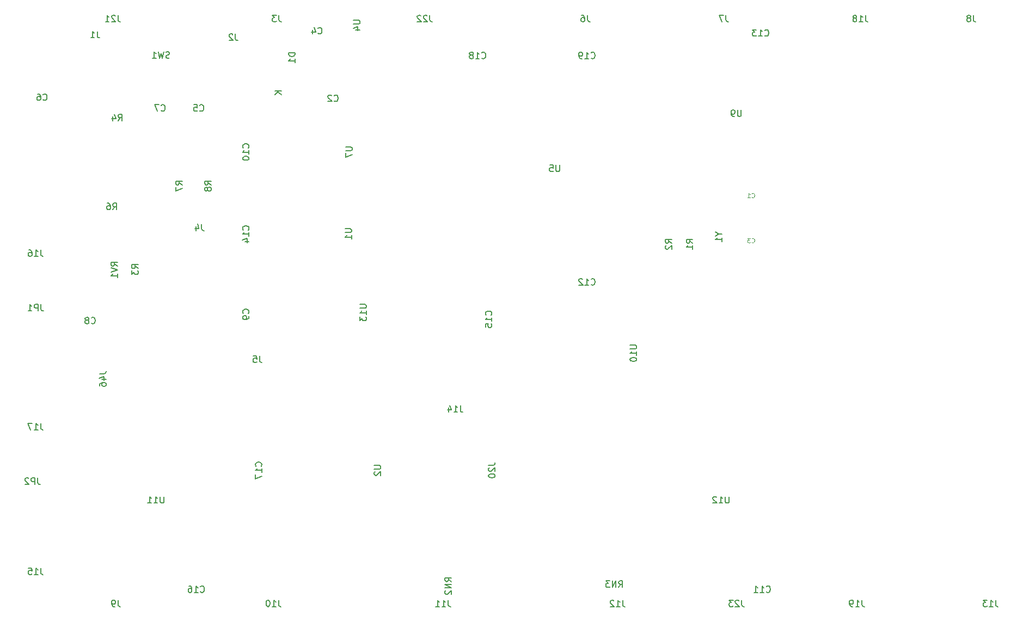
<source format=gbr>
%TF.GenerationSoftware,KiCad,Pcbnew,(6.0.11)*%
%TF.CreationDate,2023-10-14T12:13:17-04:00*%
%TF.ProjectId,SAB80535-Dev-Board,53414238-3035-4333-952d-4465762d426f,rev?*%
%TF.SameCoordinates,Original*%
%TF.FileFunction,Legend,Bot*%
%TF.FilePolarity,Positive*%
%FSLAX46Y46*%
G04 Gerber Fmt 4.6, Leading zero omitted, Abs format (unit mm)*
G04 Created by KiCad (PCBNEW (6.0.11)) date 2023-10-14 12:13:17*
%MOMM*%
%LPD*%
G01*
G04 APERTURE LIST*
%ADD10C,0.102000*%
%ADD11C,0.150000*%
G04 APERTURE END LIST*
D10*
%TO.C,C3*%
X163363333Y-89242857D02*
X163395714Y-89275238D01*
X163492857Y-89307619D01*
X163557619Y-89307619D01*
X163654761Y-89275238D01*
X163719523Y-89210476D01*
X163751904Y-89145714D01*
X163784285Y-89016190D01*
X163784285Y-88919047D01*
X163751904Y-88789523D01*
X163719523Y-88724761D01*
X163654761Y-88660000D01*
X163557619Y-88627619D01*
X163492857Y-88627619D01*
X163395714Y-88660000D01*
X163363333Y-88692380D01*
X163136666Y-88627619D02*
X162715714Y-88627619D01*
X162942380Y-88886666D01*
X162845238Y-88886666D01*
X162780476Y-88919047D01*
X162748095Y-88951428D01*
X162715714Y-89016190D01*
X162715714Y-89178095D01*
X162748095Y-89242857D01*
X162780476Y-89275238D01*
X162845238Y-89307619D01*
X163039523Y-89307619D01*
X163104285Y-89275238D01*
X163136666Y-89242857D01*
D11*
%TO.C,J16*%
X52809523Y-90452380D02*
X52809523Y-91166666D01*
X52857142Y-91309523D01*
X52952380Y-91404761D01*
X53095238Y-91452380D01*
X53190476Y-91452380D01*
X51809523Y-91452380D02*
X52380952Y-91452380D01*
X52095238Y-91452380D02*
X52095238Y-90452380D01*
X52190476Y-90595238D01*
X52285714Y-90690476D01*
X52380952Y-90738095D01*
X50952380Y-90452380D02*
X51142857Y-90452380D01*
X51238095Y-90500000D01*
X51285714Y-90547619D01*
X51380952Y-90690476D01*
X51428571Y-90880952D01*
X51428571Y-91261904D01*
X51380952Y-91357142D01*
X51333333Y-91404761D01*
X51238095Y-91452380D01*
X51047619Y-91452380D01*
X50952380Y-91404761D01*
X50904761Y-91357142D01*
X50857142Y-91261904D01*
X50857142Y-91023809D01*
X50904761Y-90928571D01*
X50952380Y-90880952D01*
X51047619Y-90833333D01*
X51238095Y-90833333D01*
X51333333Y-90880952D01*
X51380952Y-90928571D01*
X51428571Y-91023809D01*
%TO.C,U11*%
X71968095Y-128847380D02*
X71968095Y-129656904D01*
X71920476Y-129752142D01*
X71872857Y-129799761D01*
X71777619Y-129847380D01*
X71587142Y-129847380D01*
X71491904Y-129799761D01*
X71444285Y-129752142D01*
X71396666Y-129656904D01*
X71396666Y-128847380D01*
X70396666Y-129847380D02*
X70968095Y-129847380D01*
X70682380Y-129847380D02*
X70682380Y-128847380D01*
X70777619Y-128990238D01*
X70872857Y-129085476D01*
X70968095Y-129133095D01*
X69444285Y-129847380D02*
X70015714Y-129847380D01*
X69730000Y-129847380D02*
X69730000Y-128847380D01*
X69825238Y-128990238D01*
X69920476Y-129085476D01*
X70015714Y-129133095D01*
%TO.C,C17*%
X87082142Y-124107142D02*
X87129761Y-124059523D01*
X87177380Y-123916666D01*
X87177380Y-123821428D01*
X87129761Y-123678571D01*
X87034523Y-123583333D01*
X86939285Y-123535714D01*
X86748809Y-123488095D01*
X86605952Y-123488095D01*
X86415476Y-123535714D01*
X86320238Y-123583333D01*
X86225000Y-123678571D01*
X86177380Y-123821428D01*
X86177380Y-123916666D01*
X86225000Y-124059523D01*
X86272619Y-124107142D01*
X87177380Y-125059523D02*
X87177380Y-124488095D01*
X87177380Y-124773809D02*
X86177380Y-124773809D01*
X86320238Y-124678571D01*
X86415476Y-124583333D01*
X86463095Y-124488095D01*
X86177380Y-125392857D02*
X86177380Y-126059523D01*
X87177380Y-125630952D01*
%TO.C,J23*%
X161809523Y-144952380D02*
X161809523Y-145666666D01*
X161857142Y-145809523D01*
X161952380Y-145904761D01*
X162095238Y-145952380D01*
X162190476Y-145952380D01*
X161380952Y-145047619D02*
X161333333Y-145000000D01*
X161238095Y-144952380D01*
X161000000Y-144952380D01*
X160904761Y-145000000D01*
X160857142Y-145047619D01*
X160809523Y-145142857D01*
X160809523Y-145238095D01*
X160857142Y-145380952D01*
X161428571Y-145952380D01*
X160809523Y-145952380D01*
X160476190Y-144952380D02*
X159857142Y-144952380D01*
X160190476Y-145333333D01*
X160047619Y-145333333D01*
X159952380Y-145380952D01*
X159904761Y-145428571D01*
X159857142Y-145523809D01*
X159857142Y-145761904D01*
X159904761Y-145857142D01*
X159952380Y-145904761D01*
X160047619Y-145952380D01*
X160333333Y-145952380D01*
X160428571Y-145904761D01*
X160476190Y-145857142D01*
%TO.C,RN2*%
X116677380Y-142059523D02*
X116201190Y-141726190D01*
X116677380Y-141488095D02*
X115677380Y-141488095D01*
X115677380Y-141869047D01*
X115725000Y-141964285D01*
X115772619Y-142011904D01*
X115867857Y-142059523D01*
X116010714Y-142059523D01*
X116105952Y-142011904D01*
X116153571Y-141964285D01*
X116201190Y-141869047D01*
X116201190Y-141488095D01*
X116677380Y-142488095D02*
X115677380Y-142488095D01*
X116677380Y-143059523D01*
X115677380Y-143059523D01*
X115772619Y-143488095D02*
X115725000Y-143535714D01*
X115677380Y-143630952D01*
X115677380Y-143869047D01*
X115725000Y-143964285D01*
X115772619Y-144011904D01*
X115867857Y-144059523D01*
X115963095Y-144059523D01*
X116105952Y-144011904D01*
X116677380Y-143440476D01*
X116677380Y-144059523D01*
%TO.C,R3*%
X67952380Y-93333333D02*
X67476190Y-93000000D01*
X67952380Y-92761904D02*
X66952380Y-92761904D01*
X66952380Y-93142857D01*
X67000000Y-93238095D01*
X67047619Y-93285714D01*
X67142857Y-93333333D01*
X67285714Y-93333333D01*
X67380952Y-93285714D01*
X67428571Y-93238095D01*
X67476190Y-93142857D01*
X67476190Y-92761904D01*
X66952380Y-93666666D02*
X66952380Y-94285714D01*
X67333333Y-93952380D01*
X67333333Y-94095238D01*
X67380952Y-94190476D01*
X67428571Y-94238095D01*
X67523809Y-94285714D01*
X67761904Y-94285714D01*
X67857142Y-94238095D01*
X67904761Y-94190476D01*
X67952380Y-94095238D01*
X67952380Y-93809523D01*
X67904761Y-93714285D01*
X67857142Y-93666666D01*
%TO.C,R7*%
X74802380Y-80333333D02*
X74326190Y-80000000D01*
X74802380Y-79761904D02*
X73802380Y-79761904D01*
X73802380Y-80142857D01*
X73850000Y-80238095D01*
X73897619Y-80285714D01*
X73992857Y-80333333D01*
X74135714Y-80333333D01*
X74230952Y-80285714D01*
X74278571Y-80238095D01*
X74326190Y-80142857D01*
X74326190Y-79761904D01*
X73802380Y-80666666D02*
X73802380Y-81333333D01*
X74802380Y-80904761D01*
%TO.C,C12*%
X138392857Y-95857142D02*
X138440476Y-95904761D01*
X138583333Y-95952380D01*
X138678571Y-95952380D01*
X138821428Y-95904761D01*
X138916666Y-95809523D01*
X138964285Y-95714285D01*
X139011904Y-95523809D01*
X139011904Y-95380952D01*
X138964285Y-95190476D01*
X138916666Y-95095238D01*
X138821428Y-95000000D01*
X138678571Y-94952380D01*
X138583333Y-94952380D01*
X138440476Y-95000000D01*
X138392857Y-95047619D01*
X137440476Y-95952380D02*
X138011904Y-95952380D01*
X137726190Y-95952380D02*
X137726190Y-94952380D01*
X137821428Y-95095238D01*
X137916666Y-95190476D01*
X138011904Y-95238095D01*
X137059523Y-95047619D02*
X137011904Y-95000000D01*
X136916666Y-94952380D01*
X136678571Y-94952380D01*
X136583333Y-95000000D01*
X136535714Y-95047619D01*
X136488095Y-95142857D01*
X136488095Y-95238095D01*
X136535714Y-95380952D01*
X137107142Y-95952380D01*
X136488095Y-95952380D01*
%TO.C,R6*%
X64016666Y-84202380D02*
X64350000Y-83726190D01*
X64588095Y-84202380D02*
X64588095Y-83202380D01*
X64207142Y-83202380D01*
X64111904Y-83250000D01*
X64064285Y-83297619D01*
X64016666Y-83392857D01*
X64016666Y-83535714D01*
X64064285Y-83630952D01*
X64111904Y-83678571D01*
X64207142Y-83726190D01*
X64588095Y-83726190D01*
X63159523Y-83202380D02*
X63350000Y-83202380D01*
X63445238Y-83250000D01*
X63492857Y-83297619D01*
X63588095Y-83440476D01*
X63635714Y-83630952D01*
X63635714Y-84011904D01*
X63588095Y-84107142D01*
X63540476Y-84154761D01*
X63445238Y-84202380D01*
X63254761Y-84202380D01*
X63159523Y-84154761D01*
X63111904Y-84107142D01*
X63064285Y-84011904D01*
X63064285Y-83773809D01*
X63111904Y-83678571D01*
X63159523Y-83630952D01*
X63254761Y-83583333D01*
X63445238Y-83583333D01*
X63540476Y-83630952D01*
X63588095Y-83678571D01*
X63635714Y-83773809D01*
%TO.C,U7*%
X100207380Y-74458095D02*
X101016904Y-74458095D01*
X101112142Y-74505714D01*
X101159761Y-74553333D01*
X101207380Y-74648571D01*
X101207380Y-74839047D01*
X101159761Y-74934285D01*
X101112142Y-74981904D01*
X101016904Y-75029523D01*
X100207380Y-75029523D01*
X100207380Y-75410476D02*
X100207380Y-76077142D01*
X101207380Y-75648571D01*
%TO.C,J12*%
X143309523Y-144977380D02*
X143309523Y-145691666D01*
X143357142Y-145834523D01*
X143452380Y-145929761D01*
X143595238Y-145977380D01*
X143690476Y-145977380D01*
X142309523Y-145977380D02*
X142880952Y-145977380D01*
X142595238Y-145977380D02*
X142595238Y-144977380D01*
X142690476Y-145120238D01*
X142785714Y-145215476D01*
X142880952Y-145263095D01*
X141928571Y-145072619D02*
X141880952Y-145025000D01*
X141785714Y-144977380D01*
X141547619Y-144977380D01*
X141452380Y-145025000D01*
X141404761Y-145072619D01*
X141357142Y-145167857D01*
X141357142Y-145263095D01*
X141404761Y-145405952D01*
X141976190Y-145977380D01*
X141357142Y-145977380D01*
%TO.C,R8*%
X79302380Y-80333333D02*
X78826190Y-80000000D01*
X79302380Y-79761904D02*
X78302380Y-79761904D01*
X78302380Y-80142857D01*
X78350000Y-80238095D01*
X78397619Y-80285714D01*
X78492857Y-80333333D01*
X78635714Y-80333333D01*
X78730952Y-80285714D01*
X78778571Y-80238095D01*
X78826190Y-80142857D01*
X78826190Y-79761904D01*
X78730952Y-80904761D02*
X78683333Y-80809523D01*
X78635714Y-80761904D01*
X78540476Y-80714285D01*
X78492857Y-80714285D01*
X78397619Y-80761904D01*
X78350000Y-80809523D01*
X78302380Y-80904761D01*
X78302380Y-81095238D01*
X78350000Y-81190476D01*
X78397619Y-81238095D01*
X78492857Y-81285714D01*
X78540476Y-81285714D01*
X78635714Y-81238095D01*
X78683333Y-81190476D01*
X78730952Y-81095238D01*
X78730952Y-80904761D01*
X78778571Y-80809523D01*
X78826190Y-80761904D01*
X78921428Y-80714285D01*
X79111904Y-80714285D01*
X79207142Y-80761904D01*
X79254761Y-80809523D01*
X79302380Y-80904761D01*
X79302380Y-81095238D01*
X79254761Y-81190476D01*
X79207142Y-81238095D01*
X79111904Y-81285714D01*
X78921428Y-81285714D01*
X78826190Y-81238095D01*
X78778571Y-81190476D01*
X78730952Y-81095238D01*
%TO.C,U4*%
X101452380Y-54738095D02*
X102261904Y-54738095D01*
X102357142Y-54785714D01*
X102404761Y-54833333D01*
X102452380Y-54928571D01*
X102452380Y-55119047D01*
X102404761Y-55214285D01*
X102357142Y-55261904D01*
X102261904Y-55309523D01*
X101452380Y-55309523D01*
X101785714Y-56214285D02*
X102452380Y-56214285D01*
X101404761Y-55976190D02*
X102119047Y-55738095D01*
X102119047Y-56357142D01*
%TO.C,C13*%
X165392857Y-57107142D02*
X165440476Y-57154761D01*
X165583333Y-57202380D01*
X165678571Y-57202380D01*
X165821428Y-57154761D01*
X165916666Y-57059523D01*
X165964285Y-56964285D01*
X166011904Y-56773809D01*
X166011904Y-56630952D01*
X165964285Y-56440476D01*
X165916666Y-56345238D01*
X165821428Y-56250000D01*
X165678571Y-56202380D01*
X165583333Y-56202380D01*
X165440476Y-56250000D01*
X165392857Y-56297619D01*
X164440476Y-57202380D02*
X165011904Y-57202380D01*
X164726190Y-57202380D02*
X164726190Y-56202380D01*
X164821428Y-56345238D01*
X164916666Y-56440476D01*
X165011904Y-56488095D01*
X164107142Y-56202380D02*
X163488095Y-56202380D01*
X163821428Y-56583333D01*
X163678571Y-56583333D01*
X163583333Y-56630952D01*
X163535714Y-56678571D01*
X163488095Y-56773809D01*
X163488095Y-57011904D01*
X163535714Y-57107142D01*
X163583333Y-57154761D01*
X163678571Y-57202380D01*
X163964285Y-57202380D01*
X164059523Y-57154761D01*
X164107142Y-57107142D01*
%TO.C,U1*%
X100132380Y-87178095D02*
X100941904Y-87178095D01*
X101037142Y-87225714D01*
X101084761Y-87273333D01*
X101132380Y-87368571D01*
X101132380Y-87559047D01*
X101084761Y-87654285D01*
X101037142Y-87701904D01*
X100941904Y-87749523D01*
X100132380Y-87749523D01*
X101132380Y-88749523D02*
X101132380Y-88178095D01*
X101132380Y-88463809D02*
X100132380Y-88463809D01*
X100275238Y-88368571D01*
X100370476Y-88273333D01*
X100418095Y-88178095D01*
%TO.C,J22*%
X113309523Y-53952380D02*
X113309523Y-54666666D01*
X113357142Y-54809523D01*
X113452380Y-54904761D01*
X113595238Y-54952380D01*
X113690476Y-54952380D01*
X112880952Y-54047619D02*
X112833333Y-54000000D01*
X112738095Y-53952380D01*
X112500000Y-53952380D01*
X112404761Y-54000000D01*
X112357142Y-54047619D01*
X112309523Y-54142857D01*
X112309523Y-54238095D01*
X112357142Y-54380952D01*
X112928571Y-54952380D01*
X112309523Y-54952380D01*
X111928571Y-54047619D02*
X111880952Y-54000000D01*
X111785714Y-53952380D01*
X111547619Y-53952380D01*
X111452380Y-54000000D01*
X111404761Y-54047619D01*
X111357142Y-54142857D01*
X111357142Y-54238095D01*
X111404761Y-54380952D01*
X111976190Y-54952380D01*
X111357142Y-54952380D01*
%TO.C,R2*%
X150952380Y-89393333D02*
X150476190Y-89060000D01*
X150952380Y-88821904D02*
X149952380Y-88821904D01*
X149952380Y-89202857D01*
X150000000Y-89298095D01*
X150047619Y-89345714D01*
X150142857Y-89393333D01*
X150285714Y-89393333D01*
X150380952Y-89345714D01*
X150428571Y-89298095D01*
X150476190Y-89202857D01*
X150476190Y-88821904D01*
X150047619Y-89774285D02*
X150000000Y-89821904D01*
X149952380Y-89917142D01*
X149952380Y-90155238D01*
X150000000Y-90250476D01*
X150047619Y-90298095D01*
X150142857Y-90345714D01*
X150238095Y-90345714D01*
X150380952Y-90298095D01*
X150952380Y-89726666D01*
X150952380Y-90345714D01*
%TO.C,J17*%
X52809523Y-117452380D02*
X52809523Y-118166666D01*
X52857142Y-118309523D01*
X52952380Y-118404761D01*
X53095238Y-118452380D01*
X53190476Y-118452380D01*
X51809523Y-118452380D02*
X52380952Y-118452380D01*
X52095238Y-118452380D02*
X52095238Y-117452380D01*
X52190476Y-117595238D01*
X52285714Y-117690476D01*
X52380952Y-117738095D01*
X51476190Y-117452380D02*
X50809523Y-117452380D01*
X51238095Y-118452380D01*
%TO.C,J18*%
X181059523Y-53952380D02*
X181059523Y-54666666D01*
X181107142Y-54809523D01*
X181202380Y-54904761D01*
X181345238Y-54952380D01*
X181440476Y-54952380D01*
X180059523Y-54952380D02*
X180630952Y-54952380D01*
X180345238Y-54952380D02*
X180345238Y-53952380D01*
X180440476Y-54095238D01*
X180535714Y-54190476D01*
X180630952Y-54238095D01*
X179488095Y-54380952D02*
X179583333Y-54333333D01*
X179630952Y-54285714D01*
X179678571Y-54190476D01*
X179678571Y-54142857D01*
X179630952Y-54047619D01*
X179583333Y-54000000D01*
X179488095Y-53952380D01*
X179297619Y-53952380D01*
X179202380Y-54000000D01*
X179154761Y-54047619D01*
X179107142Y-54142857D01*
X179107142Y-54190476D01*
X179154761Y-54285714D01*
X179202380Y-54333333D01*
X179297619Y-54380952D01*
X179488095Y-54380952D01*
X179583333Y-54428571D01*
X179630952Y-54476190D01*
X179678571Y-54571428D01*
X179678571Y-54761904D01*
X179630952Y-54857142D01*
X179583333Y-54904761D01*
X179488095Y-54952380D01*
X179297619Y-54952380D01*
X179202380Y-54904761D01*
X179154761Y-54857142D01*
X179107142Y-54761904D01*
X179107142Y-54571428D01*
X179154761Y-54476190D01*
X179202380Y-54428571D01*
X179297619Y-54380952D01*
%TO.C,J11*%
X116184523Y-144977380D02*
X116184523Y-145691666D01*
X116232142Y-145834523D01*
X116327380Y-145929761D01*
X116470238Y-145977380D01*
X116565476Y-145977380D01*
X115184523Y-145977380D02*
X115755952Y-145977380D01*
X115470238Y-145977380D02*
X115470238Y-144977380D01*
X115565476Y-145120238D01*
X115660714Y-145215476D01*
X115755952Y-145263095D01*
X114232142Y-145977380D02*
X114803571Y-145977380D01*
X114517857Y-145977380D02*
X114517857Y-144977380D01*
X114613095Y-145120238D01*
X114708333Y-145215476D01*
X114803571Y-145263095D01*
%TO.C,RN3*%
X142690476Y-142952380D02*
X143023809Y-142476190D01*
X143261904Y-142952380D02*
X143261904Y-141952380D01*
X142880952Y-141952380D01*
X142785714Y-142000000D01*
X142738095Y-142047619D01*
X142690476Y-142142857D01*
X142690476Y-142285714D01*
X142738095Y-142380952D01*
X142785714Y-142428571D01*
X142880952Y-142476190D01*
X143261904Y-142476190D01*
X142261904Y-142952380D02*
X142261904Y-141952380D01*
X141690476Y-142952380D01*
X141690476Y-141952380D01*
X141309523Y-141952380D02*
X140690476Y-141952380D01*
X141023809Y-142333333D01*
X140880952Y-142333333D01*
X140785714Y-142380952D01*
X140738095Y-142428571D01*
X140690476Y-142523809D01*
X140690476Y-142761904D01*
X140738095Y-142857142D01*
X140785714Y-142904761D01*
X140880952Y-142952380D01*
X141166666Y-142952380D01*
X141261904Y-142904761D01*
X141309523Y-142857142D01*
%TO.C,J21*%
X64824523Y-53952380D02*
X64824523Y-54666666D01*
X64872142Y-54809523D01*
X64967380Y-54904761D01*
X65110238Y-54952380D01*
X65205476Y-54952380D01*
X64395952Y-54047619D02*
X64348333Y-54000000D01*
X64253095Y-53952380D01*
X64015000Y-53952380D01*
X63919761Y-54000000D01*
X63872142Y-54047619D01*
X63824523Y-54142857D01*
X63824523Y-54238095D01*
X63872142Y-54380952D01*
X64443571Y-54952380D01*
X63824523Y-54952380D01*
X62872142Y-54952380D02*
X63443571Y-54952380D01*
X63157857Y-54952380D02*
X63157857Y-53952380D01*
X63253095Y-54095238D01*
X63348333Y-54190476D01*
X63443571Y-54238095D01*
%TO.C,J4*%
X77833333Y-86452380D02*
X77833333Y-87166666D01*
X77880952Y-87309523D01*
X77976190Y-87404761D01*
X78119047Y-87452380D01*
X78214285Y-87452380D01*
X76928571Y-86785714D02*
X76928571Y-87452380D01*
X77166666Y-86404761D02*
X77404761Y-87119047D01*
X76785714Y-87119047D01*
%TO.C,C2*%
X98416666Y-67277142D02*
X98464285Y-67324761D01*
X98607142Y-67372380D01*
X98702380Y-67372380D01*
X98845238Y-67324761D01*
X98940476Y-67229523D01*
X98988095Y-67134285D01*
X99035714Y-66943809D01*
X99035714Y-66800952D01*
X98988095Y-66610476D01*
X98940476Y-66515238D01*
X98845238Y-66420000D01*
X98702380Y-66372380D01*
X98607142Y-66372380D01*
X98464285Y-66420000D01*
X98416666Y-66467619D01*
X98035714Y-66467619D02*
X97988095Y-66420000D01*
X97892857Y-66372380D01*
X97654761Y-66372380D01*
X97559523Y-66420000D01*
X97511904Y-66467619D01*
X97464285Y-66562857D01*
X97464285Y-66658095D01*
X97511904Y-66800952D01*
X98083333Y-67372380D01*
X97464285Y-67372380D01*
%TO.C,J1*%
X61583333Y-56464880D02*
X61583333Y-57179166D01*
X61630952Y-57322023D01*
X61726190Y-57417261D01*
X61869047Y-57464880D01*
X61964285Y-57464880D01*
X60583333Y-57464880D02*
X61154761Y-57464880D01*
X60869047Y-57464880D02*
X60869047Y-56464880D01*
X60964285Y-56607738D01*
X61059523Y-56702976D01*
X61154761Y-56750595D01*
%TO.C,C16*%
X77642857Y-143652142D02*
X77690476Y-143699761D01*
X77833333Y-143747380D01*
X77928571Y-143747380D01*
X78071428Y-143699761D01*
X78166666Y-143604523D01*
X78214285Y-143509285D01*
X78261904Y-143318809D01*
X78261904Y-143175952D01*
X78214285Y-142985476D01*
X78166666Y-142890238D01*
X78071428Y-142795000D01*
X77928571Y-142747380D01*
X77833333Y-142747380D01*
X77690476Y-142795000D01*
X77642857Y-142842619D01*
X76690476Y-143747380D02*
X77261904Y-143747380D01*
X76976190Y-143747380D02*
X76976190Y-142747380D01*
X77071428Y-142890238D01*
X77166666Y-142985476D01*
X77261904Y-143033095D01*
X75833333Y-142747380D02*
X76023809Y-142747380D01*
X76119047Y-142795000D01*
X76166666Y-142842619D01*
X76261904Y-142985476D01*
X76309523Y-143175952D01*
X76309523Y-143556904D01*
X76261904Y-143652142D01*
X76214285Y-143699761D01*
X76119047Y-143747380D01*
X75928571Y-143747380D01*
X75833333Y-143699761D01*
X75785714Y-143652142D01*
X75738095Y-143556904D01*
X75738095Y-143318809D01*
X75785714Y-143223571D01*
X75833333Y-143175952D01*
X75928571Y-143128333D01*
X76119047Y-143128333D01*
X76214285Y-143175952D01*
X76261904Y-143223571D01*
X76309523Y-143318809D01*
%TO.C,SW1*%
X72833333Y-60574761D02*
X72690476Y-60622380D01*
X72452380Y-60622380D01*
X72357142Y-60574761D01*
X72309523Y-60527142D01*
X72261904Y-60431904D01*
X72261904Y-60336666D01*
X72309523Y-60241428D01*
X72357142Y-60193809D01*
X72452380Y-60146190D01*
X72642857Y-60098571D01*
X72738095Y-60050952D01*
X72785714Y-60003333D01*
X72833333Y-59908095D01*
X72833333Y-59812857D01*
X72785714Y-59717619D01*
X72738095Y-59670000D01*
X72642857Y-59622380D01*
X72404761Y-59622380D01*
X72261904Y-59670000D01*
X71928571Y-59622380D02*
X71690476Y-60622380D01*
X71500000Y-59908095D01*
X71309523Y-60622380D01*
X71071428Y-59622380D01*
X70166666Y-60622380D02*
X70738095Y-60622380D01*
X70452380Y-60622380D02*
X70452380Y-59622380D01*
X70547619Y-59765238D01*
X70642857Y-59860476D01*
X70738095Y-59908095D01*
%TO.C,C11*%
X165642857Y-143652142D02*
X165690476Y-143699761D01*
X165833333Y-143747380D01*
X165928571Y-143747380D01*
X166071428Y-143699761D01*
X166166666Y-143604523D01*
X166214285Y-143509285D01*
X166261904Y-143318809D01*
X166261904Y-143175952D01*
X166214285Y-142985476D01*
X166166666Y-142890238D01*
X166071428Y-142795000D01*
X165928571Y-142747380D01*
X165833333Y-142747380D01*
X165690476Y-142795000D01*
X165642857Y-142842619D01*
X164690476Y-143747380D02*
X165261904Y-143747380D01*
X164976190Y-143747380D02*
X164976190Y-142747380D01*
X165071428Y-142890238D01*
X165166666Y-142985476D01*
X165261904Y-143033095D01*
X163738095Y-143747380D02*
X164309523Y-143747380D01*
X164023809Y-143747380D02*
X164023809Y-142747380D01*
X164119047Y-142890238D01*
X164214285Y-142985476D01*
X164309523Y-143033095D01*
%TO.C,J9*%
X64833333Y-144952380D02*
X64833333Y-145666666D01*
X64880952Y-145809523D01*
X64976190Y-145904761D01*
X65119047Y-145952380D01*
X65214285Y-145952380D01*
X64309523Y-145952380D02*
X64119047Y-145952380D01*
X64023809Y-145904761D01*
X63976190Y-145857142D01*
X63880952Y-145714285D01*
X63833333Y-145523809D01*
X63833333Y-145142857D01*
X63880952Y-145047619D01*
X63928571Y-145000000D01*
X64023809Y-144952380D01*
X64214285Y-144952380D01*
X64309523Y-145000000D01*
X64357142Y-145047619D01*
X64404761Y-145142857D01*
X64404761Y-145380952D01*
X64357142Y-145476190D01*
X64309523Y-145523809D01*
X64214285Y-145571428D01*
X64023809Y-145571428D01*
X63928571Y-145523809D01*
X63880952Y-145476190D01*
X63833333Y-145380952D01*
%TO.C,U5*%
X133511904Y-77262380D02*
X133511904Y-78071904D01*
X133464285Y-78167142D01*
X133416666Y-78214761D01*
X133321428Y-78262380D01*
X133130952Y-78262380D01*
X133035714Y-78214761D01*
X132988095Y-78167142D01*
X132940476Y-78071904D01*
X132940476Y-77262380D01*
X131988095Y-77262380D02*
X132464285Y-77262380D01*
X132511904Y-77738571D01*
X132464285Y-77690952D01*
X132369047Y-77643333D01*
X132130952Y-77643333D01*
X132035714Y-77690952D01*
X131988095Y-77738571D01*
X131940476Y-77833809D01*
X131940476Y-78071904D01*
X131988095Y-78167142D01*
X132035714Y-78214761D01*
X132130952Y-78262380D01*
X132369047Y-78262380D01*
X132464285Y-78214761D01*
X132511904Y-78167142D01*
%TO.C,RV1*%
X64732380Y-92944761D02*
X64256190Y-92611428D01*
X64732380Y-92373333D02*
X63732380Y-92373333D01*
X63732380Y-92754285D01*
X63780000Y-92849523D01*
X63827619Y-92897142D01*
X63922857Y-92944761D01*
X64065714Y-92944761D01*
X64160952Y-92897142D01*
X64208571Y-92849523D01*
X64256190Y-92754285D01*
X64256190Y-92373333D01*
X63732380Y-93230476D02*
X64732380Y-93563809D01*
X63732380Y-93897142D01*
X64732380Y-94754285D02*
X64732380Y-94182857D01*
X64732380Y-94468571D02*
X63732380Y-94468571D01*
X63875238Y-94373333D01*
X63970476Y-94278095D01*
X64018095Y-94182857D01*
%TO.C,J19*%
X180539523Y-144952380D02*
X180539523Y-145666666D01*
X180587142Y-145809523D01*
X180682380Y-145904761D01*
X180825238Y-145952380D01*
X180920476Y-145952380D01*
X179539523Y-145952380D02*
X180110952Y-145952380D01*
X179825238Y-145952380D02*
X179825238Y-144952380D01*
X179920476Y-145095238D01*
X180015714Y-145190476D01*
X180110952Y-145238095D01*
X179063333Y-145952380D02*
X178872857Y-145952380D01*
X178777619Y-145904761D01*
X178730000Y-145857142D01*
X178634761Y-145714285D01*
X178587142Y-145523809D01*
X178587142Y-145142857D01*
X178634761Y-145047619D01*
X178682380Y-145000000D01*
X178777619Y-144952380D01*
X178968095Y-144952380D01*
X179063333Y-145000000D01*
X179110952Y-145047619D01*
X179158571Y-145142857D01*
X179158571Y-145380952D01*
X179110952Y-145476190D01*
X179063333Y-145523809D01*
X178968095Y-145571428D01*
X178777619Y-145571428D01*
X178682380Y-145523809D01*
X178634761Y-145476190D01*
X178587142Y-145380952D01*
%TO.C,C7*%
X71532014Y-68777142D02*
X71579633Y-68824761D01*
X71722490Y-68872380D01*
X71817728Y-68872380D01*
X71960586Y-68824761D01*
X72055824Y-68729523D01*
X72103443Y-68634285D01*
X72151062Y-68443809D01*
X72151062Y-68300952D01*
X72103443Y-68110476D01*
X72055824Y-68015238D01*
X71960586Y-67920000D01*
X71817728Y-67872380D01*
X71722490Y-67872380D01*
X71579633Y-67920000D01*
X71532014Y-67967619D01*
X71198681Y-67872380D02*
X70532014Y-67872380D01*
X70960586Y-68872380D01*
%TO.C,C8*%
X60666666Y-101857142D02*
X60714285Y-101904761D01*
X60857142Y-101952380D01*
X60952380Y-101952380D01*
X61095238Y-101904761D01*
X61190476Y-101809523D01*
X61238095Y-101714285D01*
X61285714Y-101523809D01*
X61285714Y-101380952D01*
X61238095Y-101190476D01*
X61190476Y-101095238D01*
X61095238Y-101000000D01*
X60952380Y-100952380D01*
X60857142Y-100952380D01*
X60714285Y-101000000D01*
X60666666Y-101047619D01*
X60095238Y-101380952D02*
X60190476Y-101333333D01*
X60238095Y-101285714D01*
X60285714Y-101190476D01*
X60285714Y-101142857D01*
X60238095Y-101047619D01*
X60190476Y-101000000D01*
X60095238Y-100952380D01*
X59904761Y-100952380D01*
X59809523Y-101000000D01*
X59761904Y-101047619D01*
X59714285Y-101142857D01*
X59714285Y-101190476D01*
X59761904Y-101285714D01*
X59809523Y-101333333D01*
X59904761Y-101380952D01*
X60095238Y-101380952D01*
X60190476Y-101428571D01*
X60238095Y-101476190D01*
X60285714Y-101571428D01*
X60285714Y-101761904D01*
X60238095Y-101857142D01*
X60190476Y-101904761D01*
X60095238Y-101952380D01*
X59904761Y-101952380D01*
X59809523Y-101904761D01*
X59761904Y-101857142D01*
X59714285Y-101761904D01*
X59714285Y-101571428D01*
X59761904Y-101476190D01*
X59809523Y-101428571D01*
X59904761Y-101380952D01*
%TO.C,U9*%
X161741904Y-68702380D02*
X161741904Y-69511904D01*
X161694285Y-69607142D01*
X161646666Y-69654761D01*
X161551428Y-69702380D01*
X161360952Y-69702380D01*
X161265714Y-69654761D01*
X161218095Y-69607142D01*
X161170476Y-69511904D01*
X161170476Y-68702380D01*
X160646666Y-69702380D02*
X160456190Y-69702380D01*
X160360952Y-69654761D01*
X160313333Y-69607142D01*
X160218095Y-69464285D01*
X160170476Y-69273809D01*
X160170476Y-68892857D01*
X160218095Y-68797619D01*
X160265714Y-68750000D01*
X160360952Y-68702380D01*
X160551428Y-68702380D01*
X160646666Y-68750000D01*
X160694285Y-68797619D01*
X160741904Y-68892857D01*
X160741904Y-69130952D01*
X160694285Y-69226190D01*
X160646666Y-69273809D01*
X160551428Y-69321428D01*
X160360952Y-69321428D01*
X160265714Y-69273809D01*
X160218095Y-69226190D01*
X160170476Y-69130952D01*
%TO.C,C9*%
X85107142Y-100333333D02*
X85154761Y-100285714D01*
X85202380Y-100142857D01*
X85202380Y-100047619D01*
X85154761Y-99904761D01*
X85059523Y-99809523D01*
X84964285Y-99761904D01*
X84773809Y-99714285D01*
X84630952Y-99714285D01*
X84440476Y-99761904D01*
X84345238Y-99809523D01*
X84250000Y-99904761D01*
X84202380Y-100047619D01*
X84202380Y-100142857D01*
X84250000Y-100285714D01*
X84297619Y-100333333D01*
X85202380Y-100809523D02*
X85202380Y-101000000D01*
X85154761Y-101095238D01*
X85107142Y-101142857D01*
X84964285Y-101238095D01*
X84773809Y-101285714D01*
X84392857Y-101285714D01*
X84297619Y-101238095D01*
X84250000Y-101190476D01*
X84202380Y-101095238D01*
X84202380Y-100904761D01*
X84250000Y-100809523D01*
X84297619Y-100761904D01*
X84392857Y-100714285D01*
X84630952Y-100714285D01*
X84726190Y-100761904D01*
X84773809Y-100809523D01*
X84821428Y-100904761D01*
X84821428Y-101095238D01*
X84773809Y-101190476D01*
X84726190Y-101238095D01*
X84630952Y-101285714D01*
%TO.C,J20*%
X122452380Y-123940476D02*
X123166666Y-123940476D01*
X123309523Y-123892857D01*
X123404761Y-123797619D01*
X123452380Y-123654761D01*
X123452380Y-123559523D01*
X122547619Y-124369047D02*
X122500000Y-124416666D01*
X122452380Y-124511904D01*
X122452380Y-124750000D01*
X122500000Y-124845238D01*
X122547619Y-124892857D01*
X122642857Y-124940476D01*
X122738095Y-124940476D01*
X122880952Y-124892857D01*
X123452380Y-124321428D01*
X123452380Y-124940476D01*
X122452380Y-125559523D02*
X122452380Y-125654761D01*
X122500000Y-125750000D01*
X122547619Y-125797619D01*
X122642857Y-125845238D01*
X122833333Y-125892857D01*
X123071428Y-125892857D01*
X123261904Y-125845238D01*
X123357142Y-125797619D01*
X123404761Y-125750000D01*
X123452380Y-125654761D01*
X123452380Y-125559523D01*
X123404761Y-125464285D01*
X123357142Y-125416666D01*
X123261904Y-125369047D01*
X123071428Y-125321428D01*
X122833333Y-125321428D01*
X122642857Y-125369047D01*
X122547619Y-125416666D01*
X122500000Y-125464285D01*
X122452380Y-125559523D01*
%TO.C,U12*%
X159848095Y-128847380D02*
X159848095Y-129656904D01*
X159800476Y-129752142D01*
X159752857Y-129799761D01*
X159657619Y-129847380D01*
X159467142Y-129847380D01*
X159371904Y-129799761D01*
X159324285Y-129752142D01*
X159276666Y-129656904D01*
X159276666Y-128847380D01*
X158276666Y-129847380D02*
X158848095Y-129847380D01*
X158562380Y-129847380D02*
X158562380Y-128847380D01*
X158657619Y-128990238D01*
X158752857Y-129085476D01*
X158848095Y-129133095D01*
X157895714Y-128942619D02*
X157848095Y-128895000D01*
X157752857Y-128847380D01*
X157514761Y-128847380D01*
X157419523Y-128895000D01*
X157371904Y-128942619D01*
X157324285Y-129037857D01*
X157324285Y-129133095D01*
X157371904Y-129275952D01*
X157943333Y-129847380D01*
X157324285Y-129847380D01*
%TO.C,J7*%
X159333333Y-53952380D02*
X159333333Y-54666666D01*
X159380952Y-54809523D01*
X159476190Y-54904761D01*
X159619047Y-54952380D01*
X159714285Y-54952380D01*
X158952380Y-53952380D02*
X158285714Y-53952380D01*
X158714285Y-54952380D01*
%TO.C,U13*%
X102422380Y-98951904D02*
X103231904Y-98951904D01*
X103327142Y-98999523D01*
X103374761Y-99047142D01*
X103422380Y-99142380D01*
X103422380Y-99332857D01*
X103374761Y-99428095D01*
X103327142Y-99475714D01*
X103231904Y-99523333D01*
X102422380Y-99523333D01*
X103422380Y-100523333D02*
X103422380Y-99951904D01*
X103422380Y-100237619D02*
X102422380Y-100237619D01*
X102565238Y-100142380D01*
X102660476Y-100047142D01*
X102708095Y-99951904D01*
X102422380Y-100856666D02*
X102422380Y-101475714D01*
X102803333Y-101142380D01*
X102803333Y-101285238D01*
X102850952Y-101380476D01*
X102898571Y-101428095D01*
X102993809Y-101475714D01*
X103231904Y-101475714D01*
X103327142Y-101428095D01*
X103374761Y-101380476D01*
X103422380Y-101285238D01*
X103422380Y-100999523D01*
X103374761Y-100904285D01*
X103327142Y-100856666D01*
%TO.C,C19*%
X138392857Y-60607142D02*
X138440476Y-60654761D01*
X138583333Y-60702380D01*
X138678571Y-60702380D01*
X138821428Y-60654761D01*
X138916666Y-60559523D01*
X138964285Y-60464285D01*
X139011904Y-60273809D01*
X139011904Y-60130952D01*
X138964285Y-59940476D01*
X138916666Y-59845238D01*
X138821428Y-59750000D01*
X138678571Y-59702380D01*
X138583333Y-59702380D01*
X138440476Y-59750000D01*
X138392857Y-59797619D01*
X137440476Y-60702380D02*
X138011904Y-60702380D01*
X137726190Y-60702380D02*
X137726190Y-59702380D01*
X137821428Y-59845238D01*
X137916666Y-59940476D01*
X138011904Y-59988095D01*
X136964285Y-60702380D02*
X136773809Y-60702380D01*
X136678571Y-60654761D01*
X136630952Y-60607142D01*
X136535714Y-60464285D01*
X136488095Y-60273809D01*
X136488095Y-59892857D01*
X136535714Y-59797619D01*
X136583333Y-59750000D01*
X136678571Y-59702380D01*
X136869047Y-59702380D01*
X136964285Y-59750000D01*
X137011904Y-59797619D01*
X137059523Y-59892857D01*
X137059523Y-60130952D01*
X137011904Y-60226190D01*
X136964285Y-60273809D01*
X136869047Y-60321428D01*
X136678571Y-60321428D01*
X136583333Y-60273809D01*
X136535714Y-60226190D01*
X136488095Y-60130952D01*
%TO.C,C4*%
X95916666Y-56777142D02*
X95964285Y-56824761D01*
X96107142Y-56872380D01*
X96202380Y-56872380D01*
X96345238Y-56824761D01*
X96440476Y-56729523D01*
X96488095Y-56634285D01*
X96535714Y-56443809D01*
X96535714Y-56300952D01*
X96488095Y-56110476D01*
X96440476Y-56015238D01*
X96345238Y-55920000D01*
X96202380Y-55872380D01*
X96107142Y-55872380D01*
X95964285Y-55920000D01*
X95916666Y-55967619D01*
X95059523Y-56205714D02*
X95059523Y-56872380D01*
X95297619Y-55824761D02*
X95535714Y-56539047D01*
X94916666Y-56539047D01*
%TO.C,Y1*%
X158226190Y-87963809D02*
X158702380Y-87963809D01*
X157702380Y-87630476D02*
X158226190Y-87963809D01*
X157702380Y-88297142D01*
X158702380Y-89154285D02*
X158702380Y-88582857D01*
X158702380Y-88868571D02*
X157702380Y-88868571D01*
X157845238Y-88773333D01*
X157940476Y-88678095D01*
X157988095Y-88582857D01*
%TO.C,U10*%
X144452380Y-105266904D02*
X145261904Y-105266904D01*
X145357142Y-105314523D01*
X145404761Y-105362142D01*
X145452380Y-105457380D01*
X145452380Y-105647857D01*
X145404761Y-105743095D01*
X145357142Y-105790714D01*
X145261904Y-105838333D01*
X144452380Y-105838333D01*
X145452380Y-106838333D02*
X145452380Y-106266904D01*
X145452380Y-106552619D02*
X144452380Y-106552619D01*
X144595238Y-106457380D01*
X144690476Y-106362142D01*
X144738095Y-106266904D01*
X144452380Y-107457380D02*
X144452380Y-107552619D01*
X144500000Y-107647857D01*
X144547619Y-107695476D01*
X144642857Y-107743095D01*
X144833333Y-107790714D01*
X145071428Y-107790714D01*
X145261904Y-107743095D01*
X145357142Y-107695476D01*
X145404761Y-107647857D01*
X145452380Y-107552619D01*
X145452380Y-107457380D01*
X145404761Y-107362142D01*
X145357142Y-107314523D01*
X145261904Y-107266904D01*
X145071428Y-107219285D01*
X144833333Y-107219285D01*
X144642857Y-107266904D01*
X144547619Y-107314523D01*
X144500000Y-107362142D01*
X144452380Y-107457380D01*
%TO.C,J6*%
X137833333Y-53952380D02*
X137833333Y-54666666D01*
X137880952Y-54809523D01*
X137976190Y-54904761D01*
X138119047Y-54952380D01*
X138214285Y-54952380D01*
X136928571Y-53952380D02*
X137119047Y-53952380D01*
X137214285Y-54000000D01*
X137261904Y-54047619D01*
X137357142Y-54190476D01*
X137404761Y-54380952D01*
X137404761Y-54761904D01*
X137357142Y-54857142D01*
X137309523Y-54904761D01*
X137214285Y-54952380D01*
X137023809Y-54952380D01*
X136928571Y-54904761D01*
X136880952Y-54857142D01*
X136833333Y-54761904D01*
X136833333Y-54523809D01*
X136880952Y-54428571D01*
X136928571Y-54380952D01*
X137023809Y-54333333D01*
X137214285Y-54333333D01*
X137309523Y-54380952D01*
X137357142Y-54428571D01*
X137404761Y-54523809D01*
%TO.C,J3*%
X89833333Y-53952380D02*
X89833333Y-54666666D01*
X89880952Y-54809523D01*
X89976190Y-54904761D01*
X90119047Y-54952380D01*
X90214285Y-54952380D01*
X89452380Y-53952380D02*
X88833333Y-53952380D01*
X89166666Y-54333333D01*
X89023809Y-54333333D01*
X88928571Y-54380952D01*
X88880952Y-54428571D01*
X88833333Y-54523809D01*
X88833333Y-54761904D01*
X88880952Y-54857142D01*
X88928571Y-54904761D01*
X89023809Y-54952380D01*
X89309523Y-54952380D01*
X89404761Y-54904761D01*
X89452380Y-54857142D01*
%TO.C,JP2*%
X52333333Y-125952380D02*
X52333333Y-126666666D01*
X52380952Y-126809523D01*
X52476190Y-126904761D01*
X52619047Y-126952380D01*
X52714285Y-126952380D01*
X51857142Y-126952380D02*
X51857142Y-125952380D01*
X51476190Y-125952380D01*
X51380952Y-126000000D01*
X51333333Y-126047619D01*
X51285714Y-126142857D01*
X51285714Y-126285714D01*
X51333333Y-126380952D01*
X51380952Y-126428571D01*
X51476190Y-126476190D01*
X51857142Y-126476190D01*
X50904761Y-126047619D02*
X50857142Y-126000000D01*
X50761904Y-125952380D01*
X50523809Y-125952380D01*
X50428571Y-126000000D01*
X50380952Y-126047619D01*
X50333333Y-126142857D01*
X50333333Y-126238095D01*
X50380952Y-126380952D01*
X50952380Y-126952380D01*
X50333333Y-126952380D01*
D10*
%TO.C,C1*%
X163363333Y-82242857D02*
X163395714Y-82275238D01*
X163492857Y-82307619D01*
X163557619Y-82307619D01*
X163654761Y-82275238D01*
X163719523Y-82210476D01*
X163751904Y-82145714D01*
X163784285Y-82016190D01*
X163784285Y-81919047D01*
X163751904Y-81789523D01*
X163719523Y-81724761D01*
X163654761Y-81660000D01*
X163557619Y-81627619D01*
X163492857Y-81627619D01*
X163395714Y-81660000D01*
X163363333Y-81692380D01*
X162715714Y-82307619D02*
X163104285Y-82307619D01*
X162910000Y-82307619D02*
X162910000Y-81627619D01*
X162974761Y-81724761D01*
X163039523Y-81789523D01*
X163104285Y-81821904D01*
D11*
%TO.C,J10*%
X89809523Y-144952380D02*
X89809523Y-145666666D01*
X89857142Y-145809523D01*
X89952380Y-145904761D01*
X90095238Y-145952380D01*
X90190476Y-145952380D01*
X88809523Y-145952380D02*
X89380952Y-145952380D01*
X89095238Y-145952380D02*
X89095238Y-144952380D01*
X89190476Y-145095238D01*
X89285714Y-145190476D01*
X89380952Y-145238095D01*
X88190476Y-144952380D02*
X88095238Y-144952380D01*
X88000000Y-145000000D01*
X87952380Y-145047619D01*
X87904761Y-145142857D01*
X87857142Y-145333333D01*
X87857142Y-145571428D01*
X87904761Y-145761904D01*
X87952380Y-145857142D01*
X88000000Y-145904761D01*
X88095238Y-145952380D01*
X88190476Y-145952380D01*
X88285714Y-145904761D01*
X88333333Y-145857142D01*
X88380952Y-145761904D01*
X88428571Y-145571428D01*
X88428571Y-145333333D01*
X88380952Y-145142857D01*
X88333333Y-145047619D01*
X88285714Y-145000000D01*
X88190476Y-144952380D01*
%TO.C,D1*%
X90252380Y-65738095D02*
X89252380Y-65738095D01*
X90252380Y-66309523D02*
X89680952Y-65880952D01*
X89252380Y-66309523D02*
X89823809Y-65738095D01*
X92352380Y-59791904D02*
X91352380Y-59791904D01*
X91352380Y-60030000D01*
X91400000Y-60172857D01*
X91495238Y-60268095D01*
X91590476Y-60315714D01*
X91780952Y-60363333D01*
X91923809Y-60363333D01*
X92114285Y-60315714D01*
X92209523Y-60268095D01*
X92304761Y-60172857D01*
X92352380Y-60030000D01*
X92352380Y-59791904D01*
X92352380Y-61315714D02*
X92352380Y-60744285D01*
X92352380Y-61030000D02*
X91352380Y-61030000D01*
X91495238Y-60934761D01*
X91590476Y-60839523D01*
X91638095Y-60744285D01*
%TO.C,C18*%
X121392857Y-60607142D02*
X121440476Y-60654761D01*
X121583333Y-60702380D01*
X121678571Y-60702380D01*
X121821428Y-60654761D01*
X121916666Y-60559523D01*
X121964285Y-60464285D01*
X122011904Y-60273809D01*
X122011904Y-60130952D01*
X121964285Y-59940476D01*
X121916666Y-59845238D01*
X121821428Y-59750000D01*
X121678571Y-59702380D01*
X121583333Y-59702380D01*
X121440476Y-59750000D01*
X121392857Y-59797619D01*
X120440476Y-60702380D02*
X121011904Y-60702380D01*
X120726190Y-60702380D02*
X120726190Y-59702380D01*
X120821428Y-59845238D01*
X120916666Y-59940476D01*
X121011904Y-59988095D01*
X119869047Y-60130952D02*
X119964285Y-60083333D01*
X120011904Y-60035714D01*
X120059523Y-59940476D01*
X120059523Y-59892857D01*
X120011904Y-59797619D01*
X119964285Y-59750000D01*
X119869047Y-59702380D01*
X119678571Y-59702380D01*
X119583333Y-59750000D01*
X119535714Y-59797619D01*
X119488095Y-59892857D01*
X119488095Y-59940476D01*
X119535714Y-60035714D01*
X119583333Y-60083333D01*
X119678571Y-60130952D01*
X119869047Y-60130952D01*
X119964285Y-60178571D01*
X120011904Y-60226190D01*
X120059523Y-60321428D01*
X120059523Y-60511904D01*
X120011904Y-60607142D01*
X119964285Y-60654761D01*
X119869047Y-60702380D01*
X119678571Y-60702380D01*
X119583333Y-60654761D01*
X119535714Y-60607142D01*
X119488095Y-60511904D01*
X119488095Y-60321428D01*
X119535714Y-60226190D01*
X119583333Y-60178571D01*
X119678571Y-60130952D01*
%TO.C,J13*%
X201309523Y-144952380D02*
X201309523Y-145666666D01*
X201357142Y-145809523D01*
X201452380Y-145904761D01*
X201595238Y-145952380D01*
X201690476Y-145952380D01*
X200309523Y-145952380D02*
X200880952Y-145952380D01*
X200595238Y-145952380D02*
X200595238Y-144952380D01*
X200690476Y-145095238D01*
X200785714Y-145190476D01*
X200880952Y-145238095D01*
X199976190Y-144952380D02*
X199357142Y-144952380D01*
X199690476Y-145333333D01*
X199547619Y-145333333D01*
X199452380Y-145380952D01*
X199404761Y-145428571D01*
X199357142Y-145523809D01*
X199357142Y-145761904D01*
X199404761Y-145857142D01*
X199452380Y-145904761D01*
X199547619Y-145952380D01*
X199833333Y-145952380D01*
X199928571Y-145904761D01*
X199976190Y-145857142D01*
%TO.C,J15*%
X52809523Y-139952380D02*
X52809523Y-140666666D01*
X52857142Y-140809523D01*
X52952380Y-140904761D01*
X53095238Y-140952380D01*
X53190476Y-140952380D01*
X51809523Y-140952380D02*
X52380952Y-140952380D01*
X52095238Y-140952380D02*
X52095238Y-139952380D01*
X52190476Y-140095238D01*
X52285714Y-140190476D01*
X52380952Y-140238095D01*
X50904761Y-139952380D02*
X51380952Y-139952380D01*
X51428571Y-140428571D01*
X51380952Y-140380952D01*
X51285714Y-140333333D01*
X51047619Y-140333333D01*
X50952380Y-140380952D01*
X50904761Y-140428571D01*
X50857142Y-140523809D01*
X50857142Y-140761904D01*
X50904761Y-140857142D01*
X50952380Y-140904761D01*
X51047619Y-140952380D01*
X51285714Y-140952380D01*
X51380952Y-140904761D01*
X51428571Y-140857142D01*
%TO.C,J46*%
X61952380Y-109730476D02*
X62666666Y-109730476D01*
X62809523Y-109682857D01*
X62904761Y-109587619D01*
X62952380Y-109444761D01*
X62952380Y-109349523D01*
X62285714Y-110635238D02*
X62952380Y-110635238D01*
X61904761Y-110397142D02*
X62619047Y-110159047D01*
X62619047Y-110778095D01*
X61952380Y-111587619D02*
X61952380Y-111397142D01*
X62000000Y-111301904D01*
X62047619Y-111254285D01*
X62190476Y-111159047D01*
X62380952Y-111111428D01*
X62761904Y-111111428D01*
X62857142Y-111159047D01*
X62904761Y-111206666D01*
X62952380Y-111301904D01*
X62952380Y-111492380D01*
X62904761Y-111587619D01*
X62857142Y-111635238D01*
X62761904Y-111682857D01*
X62523809Y-111682857D01*
X62428571Y-111635238D01*
X62380952Y-111587619D01*
X62333333Y-111492380D01*
X62333333Y-111301904D01*
X62380952Y-111206666D01*
X62428571Y-111159047D01*
X62523809Y-111111428D01*
%TO.C,C10*%
X85107142Y-74587142D02*
X85154761Y-74539523D01*
X85202380Y-74396666D01*
X85202380Y-74301428D01*
X85154761Y-74158571D01*
X85059523Y-74063333D01*
X84964285Y-74015714D01*
X84773809Y-73968095D01*
X84630952Y-73968095D01*
X84440476Y-74015714D01*
X84345238Y-74063333D01*
X84250000Y-74158571D01*
X84202380Y-74301428D01*
X84202380Y-74396666D01*
X84250000Y-74539523D01*
X84297619Y-74587142D01*
X85202380Y-75539523D02*
X85202380Y-74968095D01*
X85202380Y-75253809D02*
X84202380Y-75253809D01*
X84345238Y-75158571D01*
X84440476Y-75063333D01*
X84488095Y-74968095D01*
X84202380Y-76158571D02*
X84202380Y-76253809D01*
X84250000Y-76349047D01*
X84297619Y-76396666D01*
X84392857Y-76444285D01*
X84583333Y-76491904D01*
X84821428Y-76491904D01*
X85011904Y-76444285D01*
X85107142Y-76396666D01*
X85154761Y-76349047D01*
X85202380Y-76253809D01*
X85202380Y-76158571D01*
X85154761Y-76063333D01*
X85107142Y-76015714D01*
X85011904Y-75968095D01*
X84821428Y-75920476D01*
X84583333Y-75920476D01*
X84392857Y-75968095D01*
X84297619Y-76015714D01*
X84250000Y-76063333D01*
X84202380Y-76158571D01*
%TO.C,C15*%
X122857142Y-100607142D02*
X122904761Y-100559523D01*
X122952380Y-100416666D01*
X122952380Y-100321428D01*
X122904761Y-100178571D01*
X122809523Y-100083333D01*
X122714285Y-100035714D01*
X122523809Y-99988095D01*
X122380952Y-99988095D01*
X122190476Y-100035714D01*
X122095238Y-100083333D01*
X122000000Y-100178571D01*
X121952380Y-100321428D01*
X121952380Y-100416666D01*
X122000000Y-100559523D01*
X122047619Y-100607142D01*
X122952380Y-101559523D02*
X122952380Y-100988095D01*
X122952380Y-101273809D02*
X121952380Y-101273809D01*
X122095238Y-101178571D01*
X122190476Y-101083333D01*
X122238095Y-100988095D01*
X121952380Y-102464285D02*
X121952380Y-101988095D01*
X122428571Y-101940476D01*
X122380952Y-101988095D01*
X122333333Y-102083333D01*
X122333333Y-102321428D01*
X122380952Y-102416666D01*
X122428571Y-102464285D01*
X122523809Y-102511904D01*
X122761904Y-102511904D01*
X122857142Y-102464285D01*
X122904761Y-102416666D01*
X122952380Y-102321428D01*
X122952380Y-102083333D01*
X122904761Y-101988095D01*
X122857142Y-101940476D01*
%TO.C,C6*%
X53166678Y-67107142D02*
X53214297Y-67154761D01*
X53357154Y-67202380D01*
X53452392Y-67202380D01*
X53595250Y-67154761D01*
X53690488Y-67059523D01*
X53738107Y-66964285D01*
X53785726Y-66773809D01*
X53785726Y-66630952D01*
X53738107Y-66440476D01*
X53690488Y-66345238D01*
X53595250Y-66250000D01*
X53452392Y-66202380D01*
X53357154Y-66202380D01*
X53214297Y-66250000D01*
X53166678Y-66297619D01*
X52309535Y-66202380D02*
X52500012Y-66202380D01*
X52595250Y-66250000D01*
X52642869Y-66297619D01*
X52738107Y-66440476D01*
X52785726Y-66630952D01*
X52785726Y-67011904D01*
X52738107Y-67107142D01*
X52690488Y-67154761D01*
X52595250Y-67202380D01*
X52404773Y-67202380D01*
X52309535Y-67154761D01*
X52261916Y-67107142D01*
X52214297Y-67011904D01*
X52214297Y-66773809D01*
X52261916Y-66678571D01*
X52309535Y-66630952D01*
X52404773Y-66583333D01*
X52595250Y-66583333D01*
X52690488Y-66630952D01*
X52738107Y-66678571D01*
X52785726Y-66773809D01*
%TO.C,C14*%
X85107142Y-87357142D02*
X85154761Y-87309523D01*
X85202380Y-87166666D01*
X85202380Y-87071428D01*
X85154761Y-86928571D01*
X85059523Y-86833333D01*
X84964285Y-86785714D01*
X84773809Y-86738095D01*
X84630952Y-86738095D01*
X84440476Y-86785714D01*
X84345238Y-86833333D01*
X84250000Y-86928571D01*
X84202380Y-87071428D01*
X84202380Y-87166666D01*
X84250000Y-87309523D01*
X84297619Y-87357142D01*
X85202380Y-88309523D02*
X85202380Y-87738095D01*
X85202380Y-88023809D02*
X84202380Y-88023809D01*
X84345238Y-87928571D01*
X84440476Y-87833333D01*
X84488095Y-87738095D01*
X84535714Y-89166666D02*
X85202380Y-89166666D01*
X84154761Y-88928571D02*
X84869047Y-88690476D01*
X84869047Y-89309523D01*
%TO.C,J14*%
X118059523Y-114702380D02*
X118059523Y-115416666D01*
X118107142Y-115559523D01*
X118202380Y-115654761D01*
X118345238Y-115702380D01*
X118440476Y-115702380D01*
X117059523Y-115702380D02*
X117630952Y-115702380D01*
X117345238Y-115702380D02*
X117345238Y-114702380D01*
X117440476Y-114845238D01*
X117535714Y-114940476D01*
X117630952Y-114988095D01*
X116202380Y-115035714D02*
X116202380Y-115702380D01*
X116440476Y-114654761D02*
X116678571Y-115369047D01*
X116059523Y-115369047D01*
%TO.C,U2*%
X104672380Y-123978095D02*
X105481904Y-123978095D01*
X105577142Y-124025714D01*
X105624761Y-124073333D01*
X105672380Y-124168571D01*
X105672380Y-124359047D01*
X105624761Y-124454285D01*
X105577142Y-124501904D01*
X105481904Y-124549523D01*
X104672380Y-124549523D01*
X104767619Y-124978095D02*
X104720000Y-125025714D01*
X104672380Y-125120952D01*
X104672380Y-125359047D01*
X104720000Y-125454285D01*
X104767619Y-125501904D01*
X104862857Y-125549523D01*
X104958095Y-125549523D01*
X105100952Y-125501904D01*
X105672380Y-124930476D01*
X105672380Y-125549523D01*
%TO.C,R1*%
X154202380Y-89393333D02*
X153726190Y-89060000D01*
X154202380Y-88821904D02*
X153202380Y-88821904D01*
X153202380Y-89202857D01*
X153250000Y-89298095D01*
X153297619Y-89345714D01*
X153392857Y-89393333D01*
X153535714Y-89393333D01*
X153630952Y-89345714D01*
X153678571Y-89298095D01*
X153726190Y-89202857D01*
X153726190Y-88821904D01*
X154202380Y-90345714D02*
X154202380Y-89774285D01*
X154202380Y-90060000D02*
X153202380Y-90060000D01*
X153345238Y-89964761D01*
X153440476Y-89869523D01*
X153488095Y-89774285D01*
%TO.C,JP1*%
X52833333Y-98952380D02*
X52833333Y-99666666D01*
X52880952Y-99809523D01*
X52976190Y-99904761D01*
X53119047Y-99952380D01*
X53214285Y-99952380D01*
X52357142Y-99952380D02*
X52357142Y-98952380D01*
X51976190Y-98952380D01*
X51880952Y-99000000D01*
X51833333Y-99047619D01*
X51785714Y-99142857D01*
X51785714Y-99285714D01*
X51833333Y-99380952D01*
X51880952Y-99428571D01*
X51976190Y-99476190D01*
X52357142Y-99476190D01*
X50833333Y-99952380D02*
X51404761Y-99952380D01*
X51119047Y-99952380D02*
X51119047Y-98952380D01*
X51214285Y-99095238D01*
X51309523Y-99190476D01*
X51404761Y-99238095D01*
%TO.C,C5*%
X77532014Y-68777142D02*
X77579633Y-68824761D01*
X77722490Y-68872380D01*
X77817728Y-68872380D01*
X77960586Y-68824761D01*
X78055824Y-68729523D01*
X78103443Y-68634285D01*
X78151062Y-68443809D01*
X78151062Y-68300952D01*
X78103443Y-68110476D01*
X78055824Y-68015238D01*
X77960586Y-67920000D01*
X77817728Y-67872380D01*
X77722490Y-67872380D01*
X77579633Y-67920000D01*
X77532014Y-67967619D01*
X76627252Y-67872380D02*
X77103443Y-67872380D01*
X77151062Y-68348571D01*
X77103443Y-68300952D01*
X77008205Y-68253333D01*
X76770109Y-68253333D01*
X76674871Y-68300952D01*
X76627252Y-68348571D01*
X76579633Y-68443809D01*
X76579633Y-68681904D01*
X76627252Y-68777142D01*
X76674871Y-68824761D01*
X76770109Y-68872380D01*
X77008205Y-68872380D01*
X77103443Y-68824761D01*
X77151062Y-68777142D01*
%TO.C,J2*%
X83088333Y-56867380D02*
X83088333Y-57581666D01*
X83135952Y-57724523D01*
X83231190Y-57819761D01*
X83374047Y-57867380D01*
X83469285Y-57867380D01*
X82659761Y-56962619D02*
X82612142Y-56915000D01*
X82516904Y-56867380D01*
X82278809Y-56867380D01*
X82183571Y-56915000D01*
X82135952Y-56962619D01*
X82088333Y-57057857D01*
X82088333Y-57153095D01*
X82135952Y-57295952D01*
X82707380Y-57867380D01*
X82088333Y-57867380D01*
%TO.C,J8*%
X197833333Y-53952380D02*
X197833333Y-54666666D01*
X197880952Y-54809523D01*
X197976190Y-54904761D01*
X198119047Y-54952380D01*
X198214285Y-54952380D01*
X197214285Y-54380952D02*
X197309523Y-54333333D01*
X197357142Y-54285714D01*
X197404761Y-54190476D01*
X197404761Y-54142857D01*
X197357142Y-54047619D01*
X197309523Y-54000000D01*
X197214285Y-53952380D01*
X197023809Y-53952380D01*
X196928571Y-54000000D01*
X196880952Y-54047619D01*
X196833333Y-54142857D01*
X196833333Y-54190476D01*
X196880952Y-54285714D01*
X196928571Y-54333333D01*
X197023809Y-54380952D01*
X197214285Y-54380952D01*
X197309523Y-54428571D01*
X197357142Y-54476190D01*
X197404761Y-54571428D01*
X197404761Y-54761904D01*
X197357142Y-54857142D01*
X197309523Y-54904761D01*
X197214285Y-54952380D01*
X197023809Y-54952380D01*
X196928571Y-54904761D01*
X196880952Y-54857142D01*
X196833333Y-54761904D01*
X196833333Y-54571428D01*
X196880952Y-54476190D01*
X196928571Y-54428571D01*
X197023809Y-54380952D01*
%TO.C,R4*%
X64856666Y-70372380D02*
X65190000Y-69896190D01*
X65428095Y-70372380D02*
X65428095Y-69372380D01*
X65047142Y-69372380D01*
X64951904Y-69420000D01*
X64904285Y-69467619D01*
X64856666Y-69562857D01*
X64856666Y-69705714D01*
X64904285Y-69800952D01*
X64951904Y-69848571D01*
X65047142Y-69896190D01*
X65428095Y-69896190D01*
X63999523Y-69705714D02*
X63999523Y-70372380D01*
X64237619Y-69324761D02*
X64475714Y-70039047D01*
X63856666Y-70039047D01*
%TO.C,J5*%
X86828333Y-106952380D02*
X86828333Y-107666666D01*
X86875952Y-107809523D01*
X86971190Y-107904761D01*
X87114047Y-107952380D01*
X87209285Y-107952380D01*
X85875952Y-106952380D02*
X86352142Y-106952380D01*
X86399761Y-107428571D01*
X86352142Y-107380952D01*
X86256904Y-107333333D01*
X86018809Y-107333333D01*
X85923571Y-107380952D01*
X85875952Y-107428571D01*
X85828333Y-107523809D01*
X85828333Y-107761904D01*
X85875952Y-107857142D01*
X85923571Y-107904761D01*
X86018809Y-107952380D01*
X86256904Y-107952380D01*
X86352142Y-107904761D01*
X86399761Y-107857142D01*
%TD*%
M02*

</source>
